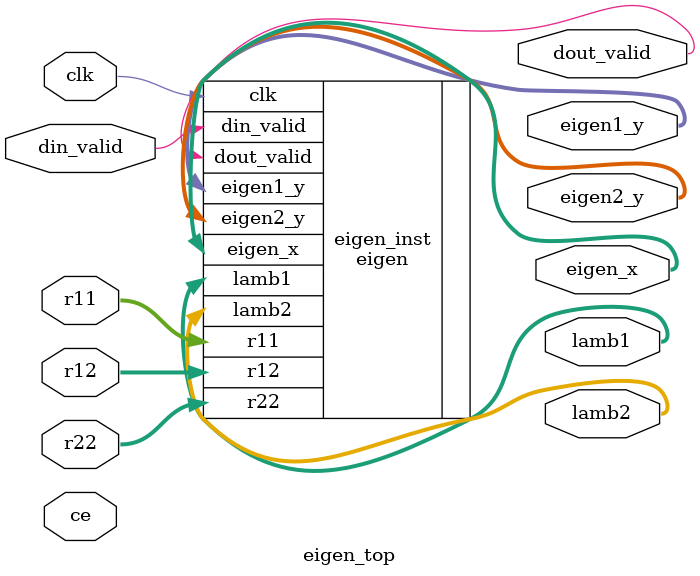
<source format=v>

module eigen_top #(
    parameter DIN_WIDTH = 16,
    parameter DIN_POINT = 15,
    parameter SQRT_IN_WIDTH = 10,
    parameter SQRT_IN_POINT = 7,
    parameter DOUT_WIDTH = 16,
    parameter DOUT_POINT = 13,
    parameter SQRT_FILE = "sqrt.hex"
) (
    input wire clk,
    input wire ce,

    input wire [15:0] r11, r22,
    input wire signed [15:0] r12,
    input wire din_valid,

    output wire signed [15:0] lamb1, lamb2,
    output wire signed [15:0] eigen1_y, eigen2_y, eigen_x,
    output wire dout_valid
);


eigen #(
    .DIN_WIDTH(DIN_WIDTH),
    .DIN_POINT(DIN_POINT),
    .SQRT_IN_WIDTH(SQRT_IN_WIDTH), 
    .SQRT_IN_POINT(SQRT_IN_POINT),
    .DOUT_WIDTH(DOUT_WIDTH),
    .DOUT_POINT(DOUT_POINT),
    .SQRT_FILE(SQRT_FILE) 
) eigen_inst (
    .clk(clk),
    .r11(r11),
    .r22(r22),
    .r12(r12),
    .din_valid(din_valid),
    .lamb1(lamb1), 
    .lamb2(lamb2),
    .eigen1_y(eigen1_y),
    .eigen2_y(eigen2_y),
    .eigen_x(eigen_x),
    .dout_valid(dout_valid)
);


endmodule 

</source>
